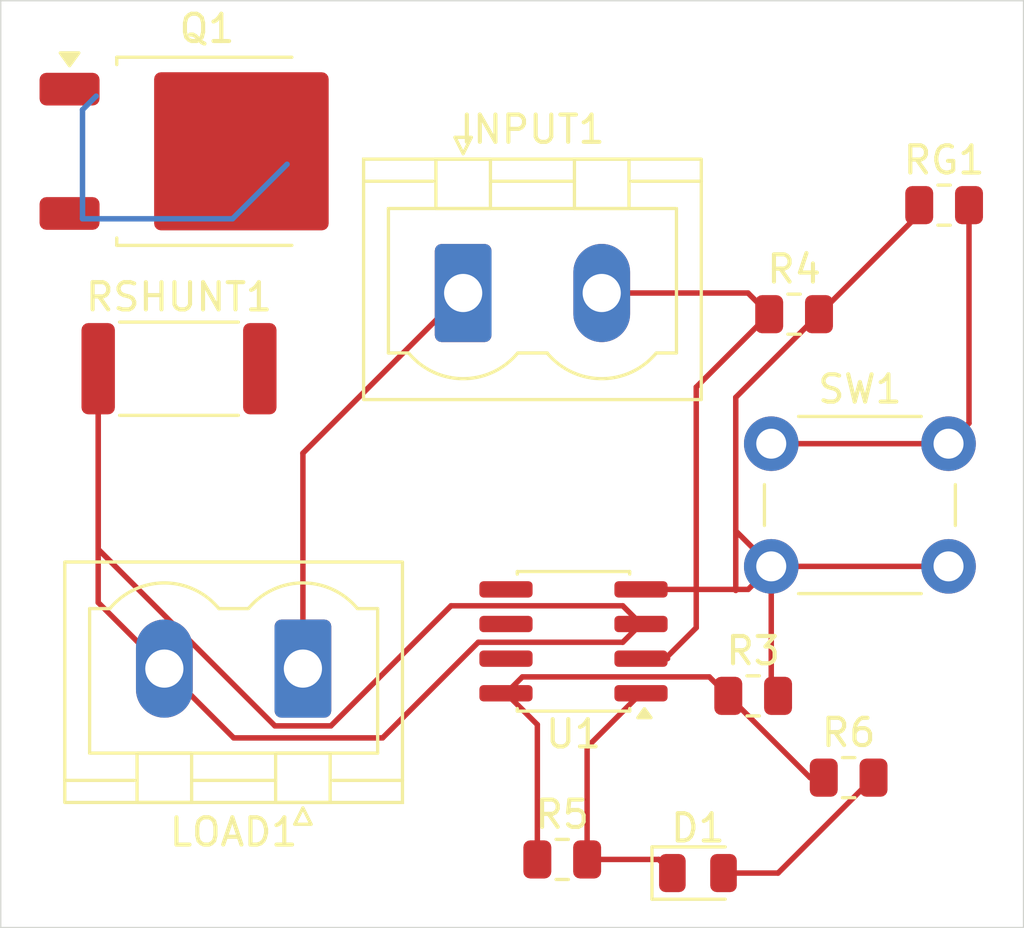
<source format=kicad_pcb>
(kicad_pcb (version 20241229) (generator "pcbnew") (generator_version "9.0")
  (layers (0 "F.Cu" signal) (2 "B.Cu" signal) (5 "F.SilkS" user "F.Silkscreen") (7 "B.SilkS" user "B.Silkscreen") (1 "F.Mask" user) (3 "B.Mask" user) (25 "Edge.Cuts" user))
  (net 0 "")
  (net 1 "Net-(D1-A)")
  (net 2 "/OUT")
  (net 3 "GND")
  (net 4 "/VIN_24")
  (net 5 "Net-(LOAD1-Pin_2)")
  (net 6 "/+5V")
  (net 7 "Net-(Q1-PadG)")
  (net 8 "Net-(Q1-PadD)")
  (footprint "Package_TO_SOT_SMD:TO-252-2" (layer "F.Cu") (at 142.565 74.025)
    (property "Reference" "Q1" (at 0 -4.5 0) (layer "F.SilkS"))
    (property "Value" "Q_NMOS")
    (fp_line (start -3.31 -3.45) (end -3.31 -3.18) (stroke (width 0.12)) (layer "F.SilkS"))
    (fp_line (start -3.31 3.45) (end -3.31 3.18) (stroke (width 0.12)) (layer "F.SilkS"))
    (fp_line (start 3.11 -3.45) (end -3.31 -3.45) (stroke (width 0.12)) (layer "F.SilkS"))
    (fp_line (start 3.11 3.45) (end -3.31 3.45) (stroke (width 0.12)) (layer "F.SilkS"))
    (fp_poly (pts (xy -5.04 -3.14) (xy -5.38 -3.61) (xy -4.7 -3.61)) (stroke (width 0.12)) (fill yes) (layer "F.SilkS"))
    (pad "1" smd roundrect (at -5.04 -2.28) (size 2.2 1.2) (layers "F.Cu" "F.Mask" "F.Paste") (roundrect_rratio 0.208333))
    (pad "2" smd roundrect (at 1.26 0) (size 6.4 5.8) (layers "F.Cu" "F.Mask") (roundrect_rratio 0.043103))
    (pad "3" smd roundrect (at -5.04 2.28) (size 2.2 1.2) (layers "F.Cu" "F.Mask" "F.Paste") (roundrect_rratio 0.208333))
  )
  (footprint "Connector_Phoenix_MSTB:PhoenixContact_MSTBVA_2,5_2-G-5,08_1x02_P5.08mm_Vertical" (layer "F.Cu") (at 146.08 93 180)
    (property "Reference" "LOAD1" (at 2.54 -6 0) (layer "F.SilkS"))
    (property "Value" "Conn_01x02")
    (fp_line (start 8.73 -4.1) (end 6.19 -4.1) (stroke (width 0.12)) (layer "F.SilkS"))
    (fp_line (start 7.82 2.2) (end 7.08 2.2) (stroke (width 0.12)) (layer "F.SilkS"))
    (fp_line (start 7.82 -3.1) (end 7.82 2.2) (stroke (width 0.12)) (layer "F.SilkS"))
    (fp_line (start 2 2.2) (end 3.08 2.2) (stroke (width 0.12)) (layer "F.SilkS"))
    (fp_line (start 1 -4.1) (end 4.08 -4.1) (stroke (width 0.12)) (layer "F.SilkS"))
    (fp_line (start 0.3 -5.71) (end 0 -5.11) (stroke (width 0.12)) (layer "F.SilkS"))
    (fp_line (start 0 -5.11) (end -0.3 -5.71) (stroke (width 0.12)) (layer "F.SilkS"))
    (fp_line (start -0.3 -5.71) (end 0.3 -5.71) (stroke (width 0.12)) (layer "F.SilkS"))
    (fp_line (start -2 2.2) (end -2.74 2.2) (stroke (width 0.12)) (layer "F.SilkS"))
    (fp_line (start -2.74 2.2) (end -2.74 -3.1) (stroke (width 0.12)) (layer "F.SilkS"))
    (fp_line (start -2.74 -3.1) (end 7.82 -3.1) (stroke (width 0.12)) (layer "F.SilkS"))
    (fp_line (start -3.65 -4.1) (end -1.11 -4.1) (stroke (width 0.12)) (layer "F.SilkS"))
    (fp_rect (start 4.08 -4.91) (end 6.08 -3.1) (stroke (width 0.12)) (fill no) (layer "F.SilkS"))
    (fp_rect (start -1 -4.91) (end 1 -3.1) (stroke (width 0.12)) (fill no) (layer "F.SilkS"))
    (fp_rect (start -3.65 -4.91) (end 8.73 3.91) (stroke (width 0.12)) (fill no) (layer "F.SilkS"))
    (fp_arc (start 7.066842 2.215821) (mid 5.069711 3.142758) (end 3.08 2.2) (stroke (width 0.12)) (layer "F.SilkS"))
    (fp_arc (start 1.986842 2.215821) (mid -0.010289 3.142758) (end -2 2.2) (stroke (width 0.12)) (layer "F.SilkS"))
    (pad "1" thru_hole roundrect (at 0 0 180) (size 2.08 3.6) (drill 1.4) (layers "*.Cu" "*.Mask") (roundrect_rratio 0.120192) (net 4 "/VIN_24"))
    (pad "2" thru_hole oval (at 5.08 0 180) (size 2.08 3.6) (drill 1.4) (layers "*.Cu" "*.Mask") (net 5 "Net-(LOAD1-Pin_2)"))
  )
  (footprint "Button_Switch_THT:SW_PUSH_6mm" (layer "F.Cu") (at 163.25 84.75)
    (property "Reference" "SW1" (at 3.25 -2 0) (layer "F.SilkS"))
    (property "Value" "SW_Push")
    (fp_line (start -0.25 1.5) (end -0.25 3) (stroke (width 0.12)) (layer "F.SilkS"))
    (fp_line (start 1 5.5) (end 5.5 5.5) (stroke (width 0.12)) (layer "F.SilkS"))
    (fp_line (start 5.5 -1) (end 1 -1) (stroke (width 0.12)) (layer "F.SilkS"))
    (fp_line (start 6.75 3) (end 6.75 1.5) (stroke (width 0.12)) (layer "F.SilkS"))
    (pad "1" thru_hole circle (at 0 0 90) (size 2 2) (drill 1.1) (layers "*.Cu" "*.Mask") (net 7 "Net-(Q1-PadG)"))
    (pad "1" thru_hole circle (at 6.5 0 90) (size 2 2) (drill 1.1) (layers "*.Cu" "*.Mask") (net 7 "Net-(Q1-PadG)"))
    (pad "2" thru_hole circle (at 0 4.5 90) (size 2 2) (drill 1.1) (layers "*.Cu" "*.Mask") (net 3 "GND"))
    (pad "2" thru_hole circle (at 6.5 4.5 90) (size 2 2) (drill 1.1) (layers "*.Cu" "*.Mask") (net 3 "GND"))
  )
  (footprint "Resistor_SMD:R_0805_2012Metric" (layer "F.Cu") (at 166.0875 97)
    (property "Reference" "R6" (at 0 -1.65 0) (layer "F.SilkS"))
    (property "Value" "R")
    (fp_line (start -0.227064 -0.735) (end 0.227064 -0.735) (stroke (width 0.12)) (layer "F.SilkS"))
    (fp_line (start -0.227064 0.735) (end 0.227064 0.735) (stroke (width 0.12)) (layer "F.SilkS"))
    (pad "1" smd roundrect (at -0.9125 0) (size 1.025 1.4) (layers "F.Cu" "F.Mask" "F.Paste") (roundrect_rratio 0.243902) (net 6 "/+5V"))
    (pad "2" smd roundrect (at 0.9125 0) (size 1.025 1.4) (layers "F.Cu" "F.Mask" "F.Paste") (roundrect_rratio 0.243902) (net 1 "Net-(D1-A)"))
  )
  (footprint "LED_SMD:LED_0805_2012Metric" (layer "F.Cu") (at 160.5625 100.5)
    (property "Reference" "D1" (at 0 -1.65 0) (layer "F.SilkS"))
    (property "Value" "LED")
    (fp_line (start -1.685 -0.96) (end -1.685 0.96) (stroke (width 0.12)) (layer "F.SilkS"))
    (fp_line (start -1.685 0.96) (end 1 0.96) (stroke (width 0.12)) (layer "F.SilkS"))
    (fp_line (start 1 -0.96) (end -1.685 -0.96) (stroke (width 0.12)) (layer "F.SilkS"))
    (pad "1" smd roundrect (at -0.9375 0) (size 0.975 1.4) (layers "F.Cu" "F.Mask" "F.Paste") (net 2 "/OUT"))
    (pad "2" smd roundrect (at 0.9375 0) (size 0.975 1.4) (layers "F.Cu" "F.Mask" "F.Paste") (net 1 "Net-(D1-A)"))
  )
  (footprint "Resistor_SMD:R_2512_6332Metric" (layer "F.Cu") (at 141.5375 82)
    (property "Reference" "RSHUNT1" (at 0 -2.63 0) (layer "F.SilkS"))
    (property "Value" "R")
    (fp_line (start -2.177064 -1.71) (end 2.177064 -1.71) (stroke (width 0.12)) (layer "F.SilkS"))
    (fp_line (start -2.177064 1.71) (end 2.177064 1.71) (stroke (width 0.12)) (layer "F.SilkS"))
    (pad "1" smd roundrect (at -2.9625 0) (size 1.225 3.35) (layers "F.Cu" "F.Mask" "F.Paste") (roundrect_rratio 0.204082) (net 5 "Net-(LOAD1-Pin_2)"))
    (pad "2" smd roundrect (at 2.9625 0) (size 1.225 3.35) (layers "F.Cu" "F.Mask" "F.Paste") (roundrect_rratio 0.204082) (net 8 "Net-(Q1-PadD)"))
  )
  (footprint "Resistor_SMD:R_0805_2012Metric" (layer "F.Cu") (at 169.5875 76)
    (property "Reference" "RG1" (at 0 -1.65 0) (layer "F.SilkS"))
    (property "Value" "R")
    (fp_line (start -0.227064 -0.735) (end 0.227064 -0.735) (stroke (width 0.12)) (layer "F.SilkS"))
    (fp_line (start -0.227064 0.735) (end 0.227064 0.735) (stroke (width 0.12)) (layer "F.SilkS"))
    (pad "1" smd roundrect (at -0.9125 0) (size 1.025 1.4) (layers "F.Cu" "F.Mask" "F.Paste") (roundrect_rratio 0.243902) (net 3 "GND"))
    (pad "2" smd roundrect (at 0.9125 0) (size 1.025 1.4) (layers "F.Cu" "F.Mask" "F.Paste") (roundrect_rratio 0.243902) (net 7 "Net-(Q1-PadG)"))
  )
  (footprint "Resistor_SMD:R_0805_2012Metric" (layer "F.Cu") (at 155.5875 100)
    (property "Reference" "R5" (at 0 -1.65 0) (layer "F.SilkS"))
    (property "Value" "R")
    (fp_line (start -0.227064 -0.735) (end 0.227064 -0.735) (stroke (width 0.12)) (layer "F.SilkS"))
    (fp_line (start -0.227064 0.735) (end 0.227064 0.735) (stroke (width 0.12)) (layer "F.SilkS"))
    (pad "1" smd roundrect (at -0.9125 0) (size 1.025 1.4) (layers "F.Cu" "F.Mask" "F.Paste") (roundrect_rratio 0.243902) (net 6 "/+5V"))
    (pad "2" smd roundrect (at 0.9125 0) (size 1.025 1.4) (layers "F.Cu" "F.Mask" "F.Paste") (roundrect_rratio 0.243902) (net 2 "/OUT"))
  )
  (footprint "Connector_Phoenix_MSTB:PhoenixContact_MSTBVA_2,5_2-G-5,08_1x02_P5.08mm_Vertical" (layer "F.Cu") (at 151.955 79.2225)
    (property "Reference" "INPUT1" (at 2.54 -6 0) (layer "F.SilkS"))
    (property "Value" "Conn_01x02")
    (fp_line (start -3.65 -4.1) (end -1.11 -4.1) (stroke (width 0.12)) (layer "F.SilkS"))
    (fp_line (start -2.74 -3.1) (end 7.82 -3.1) (stroke (width 0.12)) (layer "F.SilkS"))
    (fp_line (start -2.74 2.2) (end -2.74 -3.1) (stroke (width 0.12)) (layer "F.SilkS"))
    (fp_line (start -2 2.2) (end -2.74 2.2) (stroke (width 0.12)) (layer "F.SilkS"))
    (fp_line (start -0.3 -5.71) (end 0.3 -5.71) (stroke (width 0.12)) (layer "F.SilkS"))
    (fp_line (start 0 -5.11) (end -0.3 -5.71) (stroke (width 0.12)) (layer "F.SilkS"))
    (fp_line (start 0.3 -5.71) (end 0 -5.11) (stroke (width 0.12)) (layer "F.SilkS"))
    (fp_line (start 1 -4.1) (end 4.08 -4.1) (stroke (width 0.12)) (layer "F.SilkS"))
    (fp_line (start 2 2.2) (end 3.08 2.2) (stroke (width 0.12)) (layer "F.SilkS"))
    (fp_line (start 7.82 -3.1) (end 7.82 2.2) (stroke (width 0.12)) (layer "F.SilkS"))
    (fp_line (start 7.82 2.2) (end 7.08 2.2) (stroke (width 0.12)) (layer "F.SilkS"))
    (fp_line (start 8.73 -4.1) (end 6.19 -4.1) (stroke (width 0.12)) (layer "F.SilkS"))
    (fp_rect (start -3.65 -4.91) (end 8.73 3.91) (stroke (width 0.12)) (fill no) (layer "F.SilkS"))
    (fp_rect (start -1 -4.91) (end 1 -3.1) (stroke (width 0.12)) (fill no) (layer "F.SilkS"))
    (fp_rect (start 4.08 -4.91) (end 6.08 -3.1) (stroke (width 0.12)) (fill no) (layer "F.SilkS"))
    (fp_arc (start 1.986842 2.215821) (mid -0.010289 3.142758) (end -2 2.2) (stroke (width 0.12)) (layer "F.SilkS"))
    (fp_arc (start 7.066842 2.215821) (mid 5.069711 3.142758) (end 3.08 2.2) (stroke (width 0.12)) (layer "F.SilkS"))
    (pad "1" thru_hole roundrect (at 0 0) (size 2.08 3.6) (drill 1.4) (layers "*.Cu" "*.Mask") (roundrect_rratio 0.120192) (net 4 "/VIN_24"))
    (pad "2" thru_hole oval (at 5.08 0) (size 2.08 3.6) (drill 1.4) (layers "*.Cu" "*.Mask") (net 3 "GND"))
  )
  (footprint "Package_SO:SOIC-8_3.9x4.9mm_P1.27mm" (layer "F.Cu") (at 156 92 180)
    (property "Reference" "U1" (at 0 -3.4 0) (layer "F.SilkS"))
    (property "Value" "LM393")
    (fp_line (start 2.06 2.56) (end -2.06 2.56) (stroke (width 0.12)) (layer "F.SilkS"))
    (fp_line (start 2.06 2.465) (end 2.06 2.56) (stroke (width 0.12)) (layer "F.SilkS"))
    (fp_line (start 2.06 -2.56) (end 2.06 -2.465) (stroke (width 0.12)) (layer "F.SilkS"))
    (fp_line (start -2.06 2.56) (end -2.06 2.465) (stroke (width 0.12)) (layer "F.SilkS"))
    (fp_line (start -2.06 -2.465) (end -2.06 -2.56) (stroke (width 0.12)) (layer "F.SilkS"))
    (fp_line (start -2.06 -2.56) (end 2.06 -2.56) (stroke (width 0.12)) (layer "F.SilkS"))
    (fp_poly (pts (xy -2.6 -2.47) (xy -2.84 -2.8) (xy -2.36 -2.8)) (stroke (width 0.12)) (fill yes) (layer "F.SilkS"))
    (pad "1" smd roundrect (at -2.475 -1.905 180) (size 1.95 0.6) (layers "F.Cu" "F.Mask" "F.Paste") (net 2 "/OUT"))
    (pad "2" smd roundrect (at -2.475 -0.635 180) (size 1.95 0.6) (layers "F.Cu" "F.Mask" "F.Paste") (net 3 "GND"))
    (pad "3" smd roundrect (at -2.475 0.635 180) (size 1.95 0.6) (layers "F.Cu" "F.Mask" "F.Paste") (net 5 "Net-(LOAD1-Pin_2)"))
    (pad "4" smd roundrect (at -2.475 1.905 180) (size 1.95 0.6) (layers "F.Cu" "F.Mask" "F.Paste") (net 3 "GND"))
    (pad "5" smd roundrect (at 2.475 1.905 180) (size 1.95 0.6) (layers "F.Cu" "F.Mask" "F.Paste"))
    (pad "6" smd roundrect (at 2.475 0.635 180) (size 1.95 0.6) (layers "F.Cu" "F.Mask" "F.Paste"))
    (pad "7" smd roundrect (at 2.475 -0.635 180) (size 1.95 0.6) (layers "F.Cu" "F.Mask" "F.Paste"))
    (pad "8" smd roundrect (at 2.475 -1.905 180) (size 1.95 0.6) (layers "F.Cu" "F.Mask" "F.Paste") (net 6 "/+5V"))
  )
  (footprint "Resistor_SMD:R_0805_2012Metric" (layer "F.Cu") (at 164.0875 80)
    (property "Reference" "R4" (at 0 -1.65 0) (layer "F.SilkS"))
    (property "Value" "R")
    (fp_line (start -0.227064 -0.735) (end 0.227064 -0.735) (stroke (width 0.12)) (layer "F.SilkS"))
    (fp_line (start -0.227064 0.735) (end 0.227064 0.735) (stroke (width 0.12)) (layer "F.SilkS"))
    (pad "1" smd roundrect (at -0.9125 0) (size 1.025 1.4) (layers "F.Cu" "F.Mask" "F.Paste") (roundrect_rratio 0.243902) (net 3 "GND"))
    (pad "2" smd roundrect (at 0.9125 0) (size 1.025 1.4) (layers "F.Cu" "F.Mask" "F.Paste") (roundrect_rratio 0.243902) (net 3 "GND"))
  )
  (footprint "Resistor_SMD:R_0805_2012Metric" (layer "F.Cu") (at 162.5875 94)
    (property "Reference" "R3" (at 0 -1.65 0) (layer "F.SilkS"))
    (property "Value" "R")
    (fp_line (start -0.227064 -0.735) (end 0.227064 -0.735) (stroke (width 0.12)) (layer "F.SilkS"))
    (fp_line (start -0.227064 0.735) (end 0.227064 0.735) (stroke (width 0.12)) (layer "F.SilkS"))
    (pad "1" smd roundrect (at -0.9125 0) (size 1.025 1.4) (layers "F.Cu" "F.Mask" "F.Paste") (roundrect_rratio 0.243902) (net 6 "/+5V"))
    (pad "2" smd roundrect (at 0.9125 0) (size 1.025 1.4) (layers "F.Cu" "F.Mask" "F.Paste") (roundrect_rratio 0.243902) (net 3 "GND"))
  )
  (gr_rect (start 135 68.5) (end 172.5 102.5) (stroke (width 0.05)) (fill no) (layer "Edge.Cuts"))
  (segment (start 145.5 74.5) (end 143.5 76.5) (width 0.2) (layer "B.Cu") (net 0))
  (segment (start 138 76.5) (end 138 72.5) (width 0.2) (layer "B.Cu") (net 0))
  (segment (start 138 72.5) (end 138.5 72) (width 0.2) (layer "B.Cu") (net 0))
  (segment (start 143.5 76.5) (end 138 76.5) (width 0.2) (layer "B.Cu") (net 0))
  (segment (start 163.5 100.5) (end 167 97) (width 0.2) (layer "F.Cu") (net 1))
  (segment (start 161.5 100.5) (end 163.5 100.5) (width 0.2) (layer "F.Cu") (net 1))
  (segment (start 156.5 100) (end 159.125 100) (width 0.2) (layer "F.Cu") (net 2))
  (segment (start 156.5 100) (end 156.5 95.88) (width 0.2) (layer "F.Cu") (net 2))
  (segment (start 156.5 95.88) (end 158.475 93.905) (width 0.2) (layer "F.Cu") (net 2))
  (segment (start 159.125 100) (end 159.625 100.5) (width 0.2) (layer "F.Cu") (net 2))
  (segment (start 162.3975 79.2225) (end 163.175 80) (width 0.2) (layer "F.Cu") (net 3))
  (segment (start 159.365 92.635) (end 158.475 92.635) (width 0.2) (layer "F.Cu") (net 3))
  (segment (start 168.675 76.325) (end 165 80) (width 0.2) (layer "F.Cu") (net 3))
  (segment (start 158.475 90.095) (end 162.405 90.095) (width 0.2) (layer "F.Cu") (net 3))
  (segment (start 162.405 90.095) (end 163.25 89.25) (width 0.2) (layer "F.Cu") (net 3))
  (segment (start 163.25 89.25) (end 163.25 93.75) (width 0.2) (layer "F.Cu") (net 3))
  (segment (start 161.949 90.135999) (end 161.949 83.051) (width 0.2) (layer "F.Cu") (net 3))
  (segment (start 163.175 80) (end 160.5 82.675) (width 0.2) (layer "F.Cu") (net 3))
  (segment (start 158.475 90.095) (end 159.095 90.095) (width 0.2) (layer "F.Cu") (net 3))
  (segment (start 160.5 82.675) (end 160.5 91.5) (width 0.2) (layer "F.Cu") (net 3))
  (segment (start 168.675 76) (end 168.675 76.325) (width 0.2) (layer "F.Cu") (net 3))
  (segment (start 161.949 83.051) (end 165 80) (width 0.2) (layer "F.Cu") (net 3))
  (segment (start 163.25 93.75) (end 163.5 94) (width 0.2) (layer "F.Cu") (net 3))
  (segment (start 157.035 79.2225) (end 162.3975 79.2225) (width 0.2) (layer "F.Cu") (net 3))
  (segment (start 158.475 92.635) (end 159.449999 92.635) (width 0.2) (layer "F.Cu") (net 3))
  (segment (start 161.949 87.949) (end 163.25 89.25) (width 0.2) (layer "F.Cu") (net 3))
  (segment (start 160.5 91.5) (end 159.365 92.635) (width 0.2) (layer "F.Cu") (net 3))
  (segment (start 169.75 89.25) (end 163.25 89.25) (width 0.2) (layer "F.Cu") (net 3))
  (segment (start 146.08 93) (end 146.08 85.0975) (width 0.2) (layer "F.Cu") (net 4))
  (segment (start 146.08 85.0975) (end 151.955 79.2225) (width 0.2) (layer "F.Cu") (net 4))
  (segment (start 143.542032 95.542032) (end 149.001 95.542032) (width 0.2) (layer "F.Cu") (net 5))
  (segment (start 147.10516 95.101) (end 145.05484 95.101) (width 0.2) (layer "F.Cu") (net 5))
  (segment (start 152.509032 92.034) (end 157.806 92.034) (width 0.2) (layer "F.Cu") (net 5))
  (segment (start 149.001 95.542032) (end 152.509032 92.034) (width 0.2) (layer "F.Cu") (net 5))
  (segment (start 145.05484 95.101) (end 138.575 88.62116) (width 0.2) (layer "F.Cu") (net 5))
  (segment (start 141 93) (end 143.542032 95.542032) (width 0.2) (layer "F.Cu") (net 5))
  (segment (start 157.806 92.034) (end 158.475 91.365) (width 0.2) (layer "F.Cu") (net 5))
  (segment (start 158.475 91.365) (end 157.806 90.696) (width 0.2) (layer "F.Cu") (net 5))
  (segment (start 138.575 88.62116) (end 138.575 82) (width 0.2) (layer "F.Cu") (net 5))
  (segment (start 138.575 90.575) (end 141 93) (width 0.2) (layer "F.Cu") (net 5))
  (segment (start 138.575 82) (end 138.575 90.575) (width 0.2) (layer "F.Cu") (net 5))
  (segment (start 151.51016 90.696) (end 147.10516 95.101) (width 0.2) (layer "F.Cu") (net 5))
  (segment (start 157.806 90.696) (end 151.51016 90.696) (width 0.2) (layer "F.Cu") (net 5))
  (segment (start 161.675 94) (end 164.675 97) (width 0.2) (layer "F.Cu") (net 6))
  (segment (start 154.675 95.055) (end 153.525 93.905) (width 0.2) (layer "F.Cu") (net 6))
  (segment (start 160.979 93.304) (end 154.126 93.304) (width 0.2) (layer "F.Cu") (net 6))
  (segment (start 161.675 94) (end 160.979 93.304) (width 0.2) (layer "F.Cu") (net 6))
  (segment (start 154.675 100) (end 154.675 95.055) (width 0.2) (layer "F.Cu") (net 6))
  (segment (start 154.126 93.304) (end 153.525 93.905) (width 0.2) (layer "F.Cu") (net 6))
  (segment (start 164.675 97) (end 165.175 97) (width 0.2) (layer "F.Cu") (net 6))
  (segment (start 170.5 76) (end 170.5 84) (width 0.2) (layer "F.Cu") (net 7))
  (segment (start 170.5 84) (end 169.75 84.75) (width 0.2) (layer "F.Cu") (net 7))
  (segment (start 169.75 84.75) (end 163.25 84.75) (width 0.2) (layer "F.Cu") (net 7))
)
</source>
